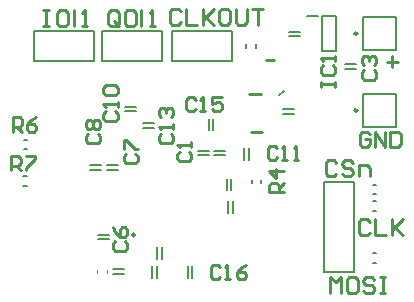
<source format=gto>
G04 Layer_Color=65535*
%FSLAX42Y42*%
%MOMM*%
G71*
G01*
G75*
%ADD22C,0.25*%
%ADD27C,0.13*%
%ADD28C,0.25*%
%ADD29C,0.20*%
%ADD30C,0.10*%
D22*
X3088Y2300D02*
G03*
X3088Y2300I-12J0D01*
G01*
Y1650D02*
G03*
X3088Y1650I-12J0D01*
G01*
X1207Y595D02*
G03*
X1207Y595I-12J0D01*
G01*
D27*
X2231Y2180D02*
Y2210D01*
X2149Y2180D02*
Y2210D01*
X2982Y2038D02*
X3078D01*
X2982Y2002D02*
X3078D01*
X2512Y2277D02*
X2608D01*
X2512Y2313D02*
X2608D01*
X1997Y782D02*
Y878D01*
X2033Y782D02*
Y878D01*
X827Y1147D02*
X923D01*
X827Y1183D02*
X923D01*
X967Y1147D02*
X1063D01*
X967Y1183D02*
X1063D01*
X1877Y1267D02*
X1973D01*
X1877Y1303D02*
X1973D01*
X1737Y1267D02*
X1833D01*
X1737Y1303D02*
X1833D01*
X2168Y1232D02*
Y1328D01*
X2132Y1232D02*
Y1328D01*
X1982Y972D02*
Y1068D01*
X2018Y972D02*
Y1068D01*
X1832Y1482D02*
Y1578D01*
X1868Y1482D02*
Y1578D01*
X2457Y1622D02*
X2553D01*
X2457Y1658D02*
X2553D01*
X1433Y392D02*
Y488D01*
X1397Y392D02*
Y488D01*
X2276Y1030D02*
Y1060D01*
X2194Y1030D02*
Y1060D01*
X892Y598D02*
X988D01*
X892Y562D02*
X988D01*
X260Y1091D02*
X290D01*
X260Y1009D02*
X290D01*
X265Y1319D02*
X295D01*
X265Y1401D02*
X295D01*
X1272Y1538D02*
X1368D01*
X1272Y1502D02*
X1368D01*
X1122Y1678D02*
X1218D01*
X1122Y1642D02*
X1218D01*
X1355Y232D02*
Y328D01*
X1390Y232D02*
Y328D01*
X1693Y232D02*
Y328D01*
X1657Y232D02*
Y328D01*
X3220Y939D02*
X3250D01*
X3220Y1021D02*
X3250D01*
X3220Y799D02*
X3250D01*
X3220Y881D02*
X3250D01*
X3220Y441D02*
X3250D01*
X3220Y359D02*
X3250D01*
X1022Y303D02*
X1118D01*
X1022Y267D02*
X1118D01*
D28*
X2320Y2073D02*
X2382D01*
X2175Y1790D02*
X2275D01*
X2185Y1470D02*
X2285D01*
X2780Y1850D02*
Y1890D01*
Y1870D01*
X2900D01*
Y1850D01*
Y1890D01*
X2800Y2030D02*
X2780Y2010D01*
Y1970D01*
X2800Y1950D01*
X2880D01*
X2900Y1970D01*
Y2010D01*
X2880Y2030D01*
X2900Y2070D02*
Y2110D01*
Y2090D01*
X2780D01*
X2800Y2070D01*
X3150Y1990D02*
X3130Y1970D01*
Y1930D01*
X3150Y1910D01*
X3230D01*
X3250Y1930D01*
Y1970D01*
X3230Y1990D01*
X3150Y2030D02*
X3130Y2050D01*
Y2090D01*
X3150Y2110D01*
X3170D01*
X3190Y2090D01*
Y2070D01*
Y2090D01*
X3210Y2110D01*
X3230D01*
X3250Y2090D01*
Y2050D01*
X3230Y2030D01*
X810Y1450D02*
X790Y1430D01*
Y1390D01*
X810Y1370D01*
X890D01*
X910Y1390D01*
Y1430D01*
X890Y1450D01*
X810Y1490D02*
X790Y1510D01*
Y1550D01*
X810Y1570D01*
X830D01*
X850Y1550D01*
X870Y1570D01*
X890D01*
X910Y1550D01*
Y1510D01*
X890Y1490D01*
X870D01*
X850Y1510D01*
X830Y1490D01*
X810D01*
X850Y1510D02*
Y1550D01*
X1130Y1280D02*
X1110Y1260D01*
Y1220D01*
X1130Y1200D01*
X1210D01*
X1230Y1220D01*
Y1260D01*
X1210Y1280D01*
X1110Y1320D02*
Y1400D01*
X1130D01*
X1210Y1320D01*
X1230D01*
X1585Y1300D02*
X1565Y1280D01*
Y1240D01*
X1585Y1220D01*
X1665D01*
X1685Y1240D01*
Y1280D01*
X1665Y1300D01*
X1685Y1340D02*
Y1380D01*
Y1360D01*
X1565D01*
X1585Y1340D01*
X2410Y1330D02*
X2390Y1350D01*
X2350D01*
X2330Y1330D01*
Y1250D01*
X2350Y1230D01*
X2390D01*
X2410Y1250D01*
X2450Y1230D02*
X2490D01*
X2470D01*
Y1350D01*
X2450Y1330D01*
X2550Y1230D02*
X2590D01*
X2570D01*
Y1350D01*
X2550Y1330D01*
X1720Y1740D02*
X1700Y1760D01*
X1660D01*
X1640Y1740D01*
Y1660D01*
X1660Y1640D01*
X1700D01*
X1720Y1660D01*
X1760Y1640D02*
X1800D01*
X1780D01*
Y1760D01*
X1760Y1740D01*
X1940Y1760D02*
X1860D01*
Y1700D01*
X1900Y1720D01*
X1920D01*
X1940Y1700D01*
Y1660D01*
X1920Y1640D01*
X1880D01*
X1860Y1660D01*
X2465Y955D02*
X2345D01*
Y1015D01*
X2365Y1035D01*
X2405D01*
X2425Y1015D01*
Y955D01*
Y995D02*
X2465Y1035D01*
Y1135D02*
X2345D01*
X2405Y1075D01*
Y1155D01*
X170Y1470D02*
Y1590D01*
X230D01*
X250Y1570D01*
Y1530D01*
X230Y1510D01*
X170D01*
X210D02*
X250Y1470D01*
X370Y1590D02*
X330Y1570D01*
X290Y1530D01*
Y1490D01*
X310Y1470D01*
X350D01*
X370Y1490D01*
Y1510D01*
X350Y1530D01*
X290D01*
X160Y1140D02*
Y1260D01*
X220D01*
X240Y1240D01*
Y1200D01*
X220Y1180D01*
X160D01*
X200D02*
X240Y1140D01*
X280Y1260D02*
X360D01*
Y1240D01*
X280Y1160D01*
Y1140D01*
X960Y1640D02*
X940Y1620D01*
Y1580D01*
X960Y1560D01*
X1040D01*
X1060Y1580D01*
Y1620D01*
X1040Y1640D01*
X1060Y1680D02*
Y1720D01*
Y1700D01*
X940D01*
X960Y1680D01*
Y1780D02*
X940Y1800D01*
Y1840D01*
X960Y1860D01*
X1040D01*
X1060Y1840D01*
Y1800D01*
X1040Y1780D01*
X960D01*
X1430Y1450D02*
X1410Y1430D01*
Y1390D01*
X1430Y1370D01*
X1510D01*
X1530Y1390D01*
Y1430D01*
X1510Y1450D01*
X1530Y1490D02*
Y1530D01*
Y1510D01*
X1410D01*
X1430Y1490D01*
Y1590D02*
X1410Y1610D01*
Y1650D01*
X1430Y1670D01*
X1450D01*
X1470Y1650D01*
Y1630D01*
Y1650D01*
X1490Y1670D01*
X1510D01*
X1530Y1650D01*
Y1610D01*
X1510Y1590D01*
X1930Y320D02*
X1910Y340D01*
X1870D01*
X1850Y320D01*
Y240D01*
X1870Y220D01*
X1910D01*
X1930Y240D01*
X1970Y220D02*
X2010D01*
X1990D01*
Y340D01*
X1970Y320D01*
X2150Y340D02*
X2110Y320D01*
X2070Y280D01*
Y240D01*
X2090Y220D01*
X2130D01*
X2150Y240D01*
Y260D01*
X2130Y280D01*
X2070D01*
X1040Y540D02*
X1020Y520D01*
Y480D01*
X1040Y460D01*
X1120D01*
X1140Y480D01*
Y520D01*
X1120Y540D01*
X1020Y660D02*
X1040Y620D01*
X1080Y580D01*
X1120D01*
X1140Y600D01*
Y640D01*
X1120Y660D01*
X1100D01*
X1080Y640D01*
Y580D01*
X3197Y1448D02*
X3175Y1470D01*
X3132D01*
X3110Y1448D01*
Y1362D01*
X3132Y1340D01*
X3175D01*
X3197Y1362D01*
Y1405D01*
X3153D01*
X3240Y1340D02*
Y1470D01*
X3327Y1340D01*
Y1470D01*
X3370D02*
Y1340D01*
X3435D01*
X3457Y1362D01*
Y1448D01*
X3435Y1470D01*
X3370D01*
X3340Y2060D02*
X3433D01*
X3387Y2107D02*
Y2013D01*
X430Y2500D02*
X477D01*
X453D01*
Y2360D01*
X430D01*
X477D01*
X547Y2477D02*
X570Y2500D01*
X617D01*
X640Y2477D01*
Y2383D01*
X617Y2360D01*
X570D01*
X547Y2383D01*
Y2477D01*
X687Y2500D02*
Y2360D01*
X757D02*
X803D01*
X780D01*
Y2500D01*
X757Y2477D01*
X1073Y2383D02*
Y2477D01*
X1050Y2500D01*
X1003D01*
X980Y2477D01*
Y2383D01*
X1003Y2360D01*
X1050D01*
X1027Y2407D02*
X1073Y2360D01*
X1050D02*
X1073Y2383D01*
X1120Y2477D02*
X1143Y2500D01*
X1190D01*
X1213Y2477D01*
Y2383D01*
X1190Y2360D01*
X1143D01*
X1120Y2383D01*
Y2477D01*
X1260Y2500D02*
Y2360D01*
X1330D02*
X1377D01*
X1353D01*
Y2500D01*
X1330Y2477D01*
X1593Y2487D02*
X1570Y2510D01*
X1523D01*
X1500Y2487D01*
Y2393D01*
X1523Y2370D01*
X1570D01*
X1593Y2393D01*
X1640Y2510D02*
Y2370D01*
X1733D01*
X1780Y2510D02*
Y2370D01*
Y2417D01*
X1873Y2510D01*
X1803Y2440D01*
X1873Y2370D01*
X1990Y2510D02*
X1943D01*
X1920Y2487D01*
Y2393D01*
X1943Y2370D01*
X1990D01*
X2013Y2393D01*
Y2487D01*
X1990Y2510D01*
X2060D02*
Y2393D01*
X2083Y2370D01*
X2130D01*
X2153Y2393D01*
Y2510D01*
X2200D02*
X2293D01*
X2246D01*
Y2370D01*
X2860Y100D02*
Y240D01*
X2907Y193D01*
X2953Y240D01*
Y100D01*
X3070Y240D02*
X3023D01*
X3000Y217D01*
Y123D01*
X3023Y100D01*
X3070D01*
X3093Y123D01*
Y217D01*
X3070Y240D01*
X3233Y217D02*
X3210Y240D01*
X3163D01*
X3140Y217D01*
Y193D01*
X3163Y170D01*
X3210D01*
X3233Y147D01*
Y123D01*
X3210Y100D01*
X3163D01*
X3140Y123D01*
X3280Y240D02*
X3327D01*
X3303D01*
Y100D01*
X3280D01*
X3327D01*
X2913Y1207D02*
X2890Y1230D01*
X2843D01*
X2820Y1207D01*
Y1113D01*
X2843Y1090D01*
X2890D01*
X2913Y1113D01*
X3053Y1207D02*
X3030Y1230D01*
X2983D01*
X2960Y1207D01*
Y1183D01*
X2983Y1160D01*
X3030D01*
X3053Y1137D01*
Y1113D01*
X3030Y1090D01*
X2983D01*
X2960Y1113D01*
X3100Y1090D02*
Y1183D01*
X3170D01*
X3193Y1160D01*
Y1090D01*
X3193Y707D02*
X3170Y730D01*
X3123D01*
X3100Y707D01*
Y613D01*
X3123Y590D01*
X3170D01*
X3193Y613D01*
X3240Y730D02*
Y590D01*
X3333D01*
X3380Y730D02*
Y590D01*
Y637D01*
X3473Y730D01*
X3403Y660D01*
X3473Y590D01*
D29*
X2027Y2063D02*
Y2317D01*
X1519Y2063D02*
X2027D01*
X1519D02*
Y2317D01*
X2027D01*
X2790Y2445D02*
X2910D01*
Y2155D02*
Y2445D01*
X2790Y2155D02*
X2910D01*
X2790D02*
Y2445D01*
X2665Y2450D02*
X2755D01*
X3140Y2160D02*
X3420D01*
X3420Y2160D02*
Y2440D01*
X3140D02*
X3420D01*
X3140Y2160D02*
Y2440D01*
Y1510D02*
X3420D01*
X3420Y1510D02*
Y1790D01*
X3140D02*
X3420D01*
X3140Y1510D02*
Y1790D01*
X2425Y1780D02*
X2465Y1810D01*
X929Y2317D02*
X1437D01*
X929Y2063D02*
Y2317D01*
Y2063D02*
X1437D01*
Y2317D01*
X349D02*
X857D01*
X349Y2063D02*
Y2317D01*
Y2063D02*
X857D01*
Y2317D01*
X2803Y279D02*
X3057D01*
X2803D02*
Y1041D01*
X3057D01*
Y279D02*
Y1041D01*
D30*
X889Y270D02*
Y300D01*
X971Y270D02*
Y300D01*
M02*

</source>
